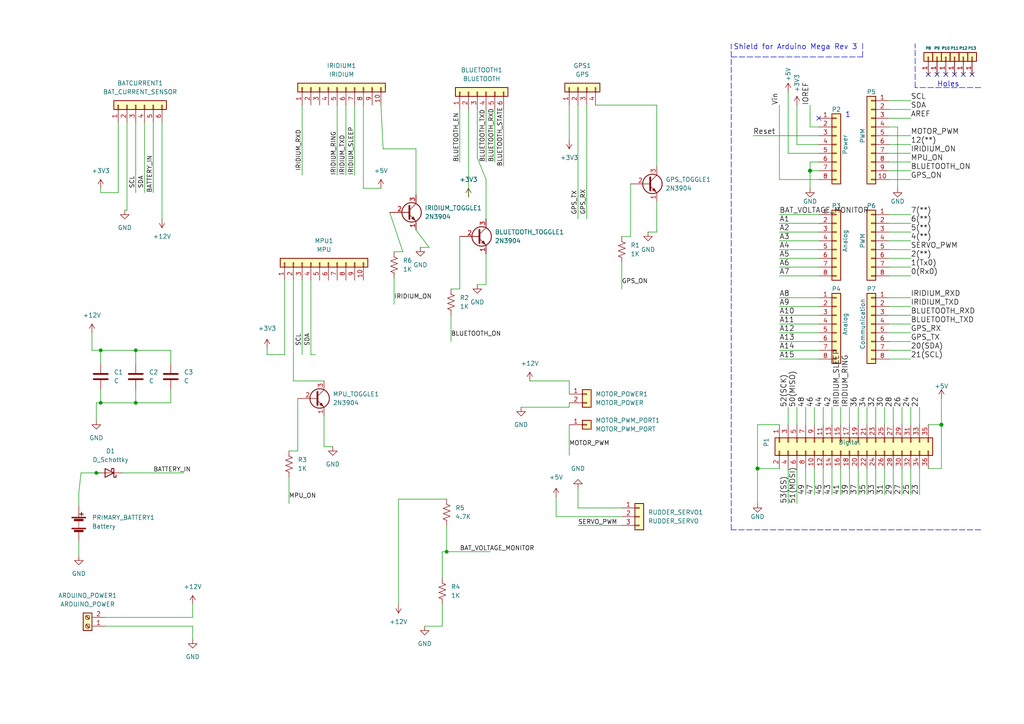
<source format=kicad_sch>
(kicad_sch (version 20211123) (generator eeschema)
  (paper "A4")
  (title_block (title "SAILFACE") (date "2022-04-10") (rev "1.0"))
  (lib_symbols
    (symbol "Connector:Screw_Terminal_01x02" (pin_names (offset 1.016) hide)
      (property "Reference" "J" (at 0 2.54 0))
      (property "Value" "Screw_Terminal_01x02" (at 0 -5.08 0))
      (symbol "Screw_Terminal_01x02_1_1"
        (rectangle (start -1.27 1.27) (end 1.27 -3.81) (stroke (width 0.254)) (fill (type background)))
        (circle (center 0 -2.54) (radius 0.635) (stroke (width 0.1524)))
        (polyline (pts (xy -0.5334 -2.2098) (xy 0.3302 -3.048)) (stroke (width 0.1524)))
        (polyline (pts (xy -0.5334 0.3302) (xy 0.3302 -0.508)) (stroke (width 0.1524)))
        (polyline (pts (xy -0.3556 -2.032) (xy 0.508 -2.8702)) (stroke (width 0.1524)))
        (polyline (pts (xy -0.3556 0.508) (xy 0.508 -0.3302)) (stroke (width 0.1524)))
        (circle (center 0 0) (radius 0.635) (stroke (width 0.1524)))
        (pin passive line (at -5.08 0 0) (length 3.81) (name "Pin_1") (number "1"))
        (pin passive line (at -5.08 -2.54 0) (length 3.81) (name "Pin_2") (number "2"))
      )
    )
    (symbol "Connector_Generic:Conn_01x01" (pin_names (offset 1.016) hide)
      (property "Reference" "J" (at 0 2.54 0))
      (property "Value" "Conn_01x01" (at 0 -2.54 0))
      (symbol "Conn_01x01_1_1"
        (rectangle (start -1.27 0.127) (end 0 -0.127) (stroke (width 0.1524)))
        (rectangle (start -1.27 1.27) (end 1.27 -1.27) (stroke (width 0.254)) (fill (type background)))
        (pin passive line (at -5.08 0 0) (length 3.81) (name "Pin_1") (number "1"))
      )
    )
    (symbol "Connector_Generic:Conn_01x02" (pin_names (offset 1.016) hide)
      (property "Reference" "J" (at 0 2.54 0))
      (property "Value" "Conn_01x02" (at 0 -5.08 0))
      (symbol "Conn_01x02_1_1"
        (rectangle (start -1.27 -2.413) (end 0 -2.667) (stroke (width 0.1524)))
        (rectangle (start -1.27 0.127) (end 0 -0.127) (stroke (width 0.1524)))
        (rectangle (start -1.27 1.27) (end 1.27 -3.81) (stroke (width 0.254)) (fill (type background)))
        (pin passive line (at -5.08 0 0) (length 3.81) (name "Pin_1") (number "1"))
        (pin passive line (at -5.08 -2.54 0) (length 3.81) (name "Pin_2") (number "2"))
      )
    )
    (symbol "Connector_Generic:Conn_01x03" (pin_names (offset 1.016) hide)
      (property "Reference" "J" (at 0 5.08 0))
      (property "Value" "Conn_01x03" (at 0 -5.08 0))
      (symbol "Conn_01x03_1_1"
        (rectangle (start -1.27 -2.413) (end 0 -2.667) (stroke (width 0.1524)))
        (rectangle (start -1.27 0.127) (end 0 -0.127) (stroke (width 0.1524)))
        (rectangle (start -1.27 2.667) (end 0 2.413) (stroke (width 0.1524)))
        (rectangle (start -1.27 3.81) (end 1.27 -3.81) (stroke (width 0.254)) (fill (type background)))
        (pin passive line (at -5.08 2.54 0) (length 3.81) (name "Pin_1") (number "1"))
        (pin passive line (at -5.08 0 0) (length 3.81) (name "Pin_2") (number "2"))
        (pin passive line (at -5.08 -2.54 0) (length 3.81) (name "Pin_3") (number "3"))
      )
    )
    (symbol "Connector_Generic:Conn_01x04" (pin_names (offset 1.016) hide)
      (property "Reference" "J" (at 0 5.08 0))
      (property "Value" "Conn_01x04" (at 0 -7.62 0))
      (symbol "Conn_01x04_1_1"
        (rectangle (start -1.27 -4.953) (end 0 -5.207) (stroke (width 0.1524)))
        (rectangle (start -1.27 -2.413) (end 0 -2.667) (stroke (width 0.1524)))
        (rectangle (start -1.27 0.127) (end 0 -0.127) (stroke (width 0.1524)))
        (rectangle (start -1.27 2.667) (end 0 2.413) (stroke (width 0.1524)))
        (rectangle (start -1.27 3.81) (end 1.27 -6.35) (stroke (width 0.254)) (fill (type background)))
        (pin passive line (at -5.08 2.54 0) (length 3.81) (name "Pin_1") (number "1"))
        (pin passive line (at -5.08 0 0) (length 3.81) (name "Pin_2") (number "2"))
        (pin passive line (at -5.08 -2.54 0) (length 3.81) (name "Pin_3") (number "3"))
        (pin passive line (at -5.08 -5.08 0) (length 3.81) (name "Pin_4") (number "4"))
      )
    )
    (symbol "Connector_Generic:Conn_01x06" (pin_names (offset 1.016) hide)
      (property "Reference" "J" (at 0 7.62 0))
      (property "Value" "Conn_01x06" (at 0 -10.16 0))
      (symbol "Conn_01x06_1_1"
        (rectangle (start -1.27 -7.493) (end 0 -7.747) (stroke (width 0.1524)))
        (rectangle (start -1.27 -4.953) (end 0 -5.207) (stroke (width 0.1524)))
        (rectangle (start -1.27 -2.413) (end 0 -2.667) (stroke (width 0.1524)))
        (rectangle (start -1.27 0.127) (end 0 -0.127) (stroke (width 0.1524)))
        (rectangle (start -1.27 2.667) (end 0 2.413) (stroke (width 0.1524)))
        (rectangle (start -1.27 5.207) (end 0 4.953) (stroke (width 0.1524)))
        (rectangle (start -1.27 6.35) (end 1.27 -8.89) (stroke (width 0.254)) (fill (type background)))
        (pin passive line (at -5.08 5.08 0) (length 3.81) (name "Pin_1") (number "1"))
        (pin passive line (at -5.08 2.54 0) (length 3.81) (name "Pin_2") (number "2"))
        (pin passive line (at -5.08 0 0) (length 3.81) (name "Pin_3") (number "3"))
        (pin passive line (at -5.08 -2.54 0) (length 3.81) (name "Pin_4") (number "4"))
        (pin passive line (at -5.08 -5.08 0) (length 3.81) (name "Pin_5") (number "5"))
        (pin passive line (at -5.08 -7.62 0) (length 3.81) (name "Pin_6") (number "6"))
      )
    )
    (symbol "Connector_Generic:Conn_01x08" (pin_names (offset 1.016) hide)
      (property "Reference" "J" (at 0 10.16 0))
      (property "Value" "Conn_01x08" (at 0 -12.7 0))
      (symbol "Conn_01x08_1_1"
        (rectangle (start -1.27 -10.033) (end 0 -10.287) (stroke (width 0.1524)))
        (rectangle (start -1.27 -7.493) (end 0 -7.747) (stroke (width 0.1524)))
        (rectangle (start -1.27 -4.953) (end 0 -5.207) (stroke (width 0.1524)))
        (rectangle (start -1.27 -2.413) (end 0 -2.667) (stroke (width 0.1524)))
        (rectangle (start -1.27 0.127) (end 0 -0.127) (stroke (width 0.1524)))
        (rectangle (start -1.27 2.667) (end 0 2.413) (stroke (width 0.1524)))
        (rectangle (start -1.27 5.207) (end 0 4.953) (stroke (width 0.1524)))
        (rectangle (start -1.27 7.747) (end 0 7.493) (stroke (width 0.1524)))
        (rectangle (start -1.27 8.89) (end 1.27 -11.43) (stroke (width 0.254)) (fill (type background)))
        (pin passive line (at -5.08 7.62 0) (length 3.81) (name "Pin_1") (number "1"))
        (pin passive line (at -5.08 5.08 0) (length 3.81) (name "Pin_2") (number "2"))
        (pin passive line (at -5.08 2.54 0) (length 3.81) (name "Pin_3") (number "3"))
        (pin passive line (at -5.08 0 0) (length 3.81) (name "Pin_4") (number "4"))
        (pin passive line (at -5.08 -2.54 0) (length 3.81) (name "Pin_5") (number "5"))
        (pin passive line (at -5.08 -5.08 0) (length 3.81) (name "Pin_6") (number "6"))
        (pin passive line (at -5.08 -7.62 0) (length 3.81) (name "Pin_7") (number "7"))
        (pin passive line (at -5.08 -10.16 0) (length 3.81) (name "Pin_8") (number "8"))
      )
    )
    (symbol "Connector_Generic:Conn_01x10" (pin_names (offset 1.016) hide)
      (property "Reference" "J" (at 0 12.7 0))
      (property "Value" "Conn_01x10" (at 0 -15.24 0))
      (symbol "Conn_01x10_1_1"
        (rectangle (start -1.27 -12.573) (end 0 -12.827) (stroke (width 0.1524)))
        (rectangle (start -1.27 -10.033) (end 0 -10.287) (stroke (width 0.1524)))
        (rectangle (start -1.27 -7.493) (end 0 -7.747) (stroke (width 0.1524)))
        (rectangle (start -1.27 -4.953) (end 0 -5.207) (stroke (width 0.1524)))
        (rectangle (start -1.27 -2.413) (end 0 -2.667) (stroke (width 0.1524)))
        (rectangle (start -1.27 0.127) (end 0 -0.127) (stroke (width 0.1524)))
        (rectangle (start -1.27 2.667) (end 0 2.413) (stroke (width 0.1524)))
        (rectangle (start -1.27 5.207) (end 0 4.953) (stroke (width 0.1524)))
        (rectangle (start -1.27 7.747) (end 0 7.493) (stroke (width 0.1524)))
        (rectangle (start -1.27 10.287) (end 0 10.033) (stroke (width 0.1524)))
        (rectangle (start -1.27 11.43) (end 1.27 -13.97) (stroke (width 0.254)) (fill (type background)))
        (pin passive line (at -5.08 10.16 0) (length 3.81) (name "Pin_1") (number "1"))
        (pin passive line (at -5.08 -12.7 0) (length 3.81) (name "Pin_10") (number "10"))
        (pin passive line (at -5.08 7.62 0) (length 3.81) (name "Pin_2") (number "2"))
        (pin passive line (at -5.08 5.08 0) (length 3.81) (name "Pin_3") (number "3"))
        (pin passive line (at -5.08 2.54 0) (length 3.81) (name "Pin_4") (number "4"))
        (pin passive line (at -5.08 0 0) (length 3.81) (name "Pin_5") (number "5"))
        (pin passive line (at -5.08 -2.54 0) (length 3.81) (name "Pin_6") (number "6"))
        (pin passive line (at -5.08 -5.08 0) (length 3.81) (name "Pin_7") (number "7"))
        (pin passive line (at -5.08 -7.62 0) (length 3.81) (name "Pin_8") (number "8"))
        (pin passive line (at -5.08 -10.16 0) (length 3.81) (name "Pin_9") (number "9"))
      )
    )
    (symbol "Connector_Generic:Conn_02x18_Odd_Even" (pin_names (offset 1.016) hide)
      (property "Reference" "J" (at 1.27 22.86 0))
      (property "Value" "Conn_02x18_Odd_Even" (at 1.27 -25.4 0))
      (symbol "Conn_02x18_Odd_Even_1_1"
        (rectangle (start -1.27 -22.733) (end 0 -22.987) (stroke (width 0.1524)))
        (rectangle (start -1.27 -20.193) (end 0 -20.447) (stroke (width 0.1524)))
        (rectangle (start -1.27 -17.653) (end 0 -17.907) (stroke (width 0.1524)))
        (rectangle (start -1.27 -15.113) (end 0 -15.367) (stroke (width 0.1524)))
        (rectangle (start -1.27 -12.573) (end 0 -12.827) (stroke (width 0.1524)))
        (rectangle (start -1.27 -10.033) (end 0 -10.287) (stroke (width 0.1524)))
        (rectangle (start -1.27 -7.493) (end 0 -7.747) (stroke (width 0.1524)))
        (rectangle (start -1.27 -4.953) (end 0 -5.207) (stroke (width 0.1524)))
        (rectangle (start -1.27 -2.413) (end 0 -2.667) (stroke (width 0.1524)))
        (rectangle (start -1.27 0.127) (end 0 -0.127) (stroke (width 0.1524)))
        (rectangle (start -1.27 2.667) (end 0 2.413) (stroke (width 0.1524)))
        (rectangle (start -1.27 5.207) (end 0 4.953) (stroke (width 0.1524)))
        (rectangle (start -1.27 7.747) (end 0 7.493) (stroke (width 0.1524)))
        (rectangle (start -1.27 10.287) (end 0 10.033) (stroke (width 0.1524)))
        (rectangle (start -1.27 12.827) (end 0 12.573) (stroke (width 0.1524)))
        (rectangle (start -1.27 15.367) (end 0 15.113) (stroke (width 0.1524)))
        (rectangle (start -1.27 17.907) (end 0 17.653) (stroke (width 0.1524)))
        (rectangle (start -1.27 20.447) (end 0 20.193) (stroke (width 0.1524)))
        (rectangle (start -1.27 21.59) (end 3.81 -24.13) (stroke (width 0.254)) (fill (type background)))
        (rectangle (start 3.81 -22.733) (end 2.54 -22.987) (stroke (width 0.1524)))
        (rectangle (start 3.81 -20.193) (end 2.54 -20.447) (stroke (width 0.1524)))
        (rectangle (start 3.81 -17.653) (end 2.54 -17.907) (stroke (width 0.1524)))
        (rectangle (start 3.81 -15.113) (end 2.54 -15.367) (stroke (width 0.1524)))
        (rectangle (start 3.81 -12.573) (end 2.54 -12.827) (stroke (width 0.1524)))
        (rectangle (start 3.81 -10.033) (end 2.54 -10.287) (stroke (width 0.1524)))
        (rectangle (start 3.81 -7.493) (end 2.54 -7.747) (stroke (width 0.1524)))
        (rectangle (start 3.81 -4.953) (end 2.54 -5.207) (stroke (width 0.1524)))
        (rectangle (start 3.81 -2.413) (end 2.54 -2.667) (stroke (width 0.1524)))
        (rectangle (start 3.81 0.127) (end 2.54 -0.127) (stroke (width 0.1524)))
        (rectangle (start 3.81 2.667) (end 2.54 2.413) (stroke (width 0.1524)))
        (rectangle (start 3.81 5.207) (end 2.54 4.953) (stroke (width 0.1524)))
        (rectangle (start 3.81 7.747) (end 2.54 7.493) (stroke (width 0.1524)))
        (rectangle (start 3.81 10.287) (end 2.54 10.033) (stroke (width 0.1524)))
        (rectangle (start 3.81 12.827) (end 2.54 12.573) (stroke (width 0.1524)))
        (rectangle (start 3.81 15.367) (end 2.54 15.113) (stroke (width 0.1524)))
        (rectangle (start 3.81 17.907) (end 2.54 17.653) (stroke (width 0.1524)))
        (rectangle (start 3.81 20.447) (end 2.54 20.193) (stroke (width 0.1524)))
        (pin passive line (at -5.08 20.32 0) (length 3.81) (name "Pin_1") (number "1"))
        (pin passive line (at 7.62 10.16 180) (length 3.81) (name "Pin_10") (number "10"))
        (pin passive line (at -5.08 7.62 0) (length 3.81) (name "Pin_11") (number "11"))
        (pin passive line (at 7.62 7.62 180) (length 3.81) (name "Pin_12") (number "12"))
        (pin passive line (at -5.08 5.08 0) (length 3.81) (name "Pin_13") (number "13"))
        (pin passive line (at 7.62 5.08 180) (length 3.81) (name "Pin_14") (number "14"))
        (pin passive line (at -5.08 2.54 0) (length 3.81) (name "Pin_15") (number "15"))
        (pin passive line (at 7.62 2.54 180) (length 3.81) (name "Pin_16") (number "16"))
        (pin passive line (at -5.08 0 0) (length 3.81) (name "Pin_17") (number "17"))
        (pin passive line (at 7.62 0 180) (length 3.81) (name "Pin_18") (number "18"))
        (pin passive line (at -5.08 -2.54 0) (length 3.81) (name "Pin_19") (number "19"))
        (pin passive line (at 7.62 20.32 180) (length 3.81) (name "Pin_2") (number "2"))
        (pin passive line (at 7.62 -2.54 180) (length 3.81) (name "Pin_20") (number "20"))
        (pin passive line (at -5.08 -5.08 0) (length 3.81) (name "Pin_21") (number "21"))
        (pin passive line (at 7.62 -5.08 180) (length 3.81) (name "Pin_22") (number "22"))
        (pin passive line (at -5.08 -7.62 0) (length 3.81) (name "Pin_23") (number "23"))
        (pin passive line (at 7.62 -7.62 180) (length 3.81) (name "Pin_24") (number "24"))
        (pin passive line (at -5.08 -10.16 0) (length 3.81) (name "Pin_25") (number "25"))
        (pin passive line (at 7.62 -10.16 180) (length 3.81) (name "Pin_26") (number "26"))
        (pin passive line (at -5.08 -12.7 0) (length 3.81) (name "Pin_27") (number "27"))
        (pin passive line (at 7.62 -12.7 180) (length 3.81) (name "Pin_28") (number "28"))
        (pin passive line (at -5.08 -15.24 0) (length 3.81) (name "Pin_29") (number "29"))
        (pin passive line (at -5.08 17.78 0) (length 3.81) (name "Pin_3") (number "3"))
        (pin passive line (at 7.62 -15.24 180) (length 3.81) (name "Pin_30") (number "30"))
        (pin passive line (at -5.08 -17.78 0) (length 3.81) (name "Pin_31") (number "31"))
        (pin passive line (at 7.62 -17.78 180) (length 3.81) (name "Pin_32") (number "32"))
        (pin passive line (at -5.08 -20.32 0) (length 3.81) (name "Pin_33") (number "33"))
        (pin passive line (at 7.62 -20.32 180) (length 3.81) (name "Pin_34") (number "34"))
        (pin passive line (at -5.08 -22.86 0) (length 3.81) (name "Pin_35") (number "35"))
        (pin passive line (at 7.62 -22.86 180) (length 3.81) (name "Pin_36") (number "36"))
        (pin passive line (at 7.62 17.78 180) (length 3.81) (name "Pin_4") (number "4"))
        (pin passive line (at -5.08 15.24 0) (length 3.81) (name "Pin_5") (number "5"))
        (pin passive line (at 7.62 15.24 180) (length 3.81) (name "Pin_6") (number "6"))
        (pin passive line (at -5.08 12.7 0) (length 3.81) (name "Pin_7") (number "7"))
        (pin passive line (at 7.62 12.7 180) (length 3.81) (name "Pin_8") (number "8"))
        (pin passive line (at -5.08 10.16 0) (length 3.81) (name "Pin_9") (number "9"))
      )
    )
    (symbol "Device:Battery" (pin_numbers hide) (pin_names (offset 0) hide)
      (property "Reference" "BT" (at 2.54 2.54 0))
      (property "Value" "Battery" (at 2.54 0 0))
      (symbol "Battery_0_1"
        (rectangle (start -2.032 -1.397) (end 2.032 -1.651) (fill (type outline)))
        (rectangle (start -2.032 1.778) (end 2.032 1.524) (fill (type outline)))
        (rectangle (start -1.3208 -1.9812) (end 1.27 -2.4892) (fill (type outline)))
        (rectangle (start -1.3208 1.1938) (end 1.27 0.6858) (fill (type outline)))
        (polyline (pts (xy 0 -1.524) (xy 0 -1.27)))
        (polyline (pts (xy 0 -1.016) (xy 0 -0.762)))
        (polyline (pts (xy 0 -0.508) (xy 0 -0.254)))
        (polyline (pts (xy 0 0) (xy 0 0.254)))
        (polyline (pts (xy 0 0.508) (xy 0 0.762)))
        (polyline (pts (xy 0 1.778) (xy 0 2.54)))
        (polyline (pts (xy 0.254 2.667) (xy 1.27 2.667)) (stroke (width 0.254)))
        (polyline (pts (xy 0.762 3.175) (xy 0.762 2.159)) (stroke (width 0.254)))
      )
      (symbol "Battery_1_1"
        (pin passive line (at 0 5.08 270) (length 2.54) (name "+") (number "1"))
        (pin passive line (at 0 -5.08 90) (length 2.54) (name "-") (number "2"))
      )
    )
    (symbol "Device:C" (pin_numbers hide) (pin_names (offset 0.254))
      (property "Reference" "C" (at 0.635 2.54 0))
      (property "Value" "C" (at 0.635 -2.54 0))
      (symbol "C_0_1"
        (polyline (pts (xy -2.032 -0.762) (xy 2.032 -0.762)) (stroke (width 0.508)))
        (polyline (pts (xy -2.032 0.762) (xy 2.032 0.762)) (stroke (width 0.508)))
      )
      (symbol "C_1_1"
        (pin passive line (at 0 3.81 270) (length 2.794) (name "~") (number "1"))
        (pin passive line (at 0 -3.81 90) (length 2.794) (name "~") (number "2"))
      )
    )
    (symbol "Device:D_Schottky" (pin_numbers hide) (pin_names (offset 1.016) hide)
      (property "Reference" "D" (at 0 2.54 0))
      (property "Value" "D_Schottky" (at 0 -2.54 0))
      (symbol "D_Schottky_0_1"
        (polyline (pts (xy 1.27 0) (xy -1.27 0)))
        (polyline (pts (xy 1.27 1.27) (xy 1.27 -1.27) (xy -1.27 0) (xy 1.27 1.27)) (stroke (width 0.254)))
        (polyline (pts (xy -1.905 0.635) (xy -1.905 1.27) (xy -1.27 1.27) (xy -1.27 -1.27) (xy -0.635 -1.27) (xy -0.635 -0.635)) (stroke (width 0.254)))
      )
      (symbol "D_Schottky_1_1"
        (pin passive line (at -3.81 0 0) (length 2.54) (name "K") (number "1"))
        (pin passive line (at 3.81 0 180) (length 2.54) (name "A") (number "2"))
      )
    )
    (symbol "Device:R_US" (pin_numbers hide) (pin_names (offset 0))
      (property "Reference" "R" (at 2.54 0 90))
      (property "Value" "R_US" (at -2.54 0 90))
      (symbol "R_US_0_1"
        (polyline (pts (xy 0 -2.286) (xy 0 -2.54)))
        (polyline (pts (xy 0 2.286) (xy 0 2.54)))
        (polyline (pts (xy 0 -0.762) (xy 1.016 -1.143) (xy 0 -1.524) (xy -1.016 -1.905) (xy 0 -2.286)))
        (polyline (pts (xy 0 0.762) (xy 1.016 0.381) (xy 0 0) (xy -1.016 -0.381) (xy 0 -0.762)))
        (polyline (pts (xy 0 2.286) (xy 1.016 1.905) (xy 0 1.524) (xy -1.016 1.143) (xy 0 0.762)))
      )
      (symbol "R_US_1_1"
        (pin passive line (at 0 3.81 270) (length 1.27) (name "~") (number "1"))
        (pin passive line (at 0 -3.81 90) (length 1.27) (name "~") (number "2"))
      )
    )
    (symbol "Transistor_BJT:2N3904" (pin_names (offset 0) hide)
      (property "Reference" "Q" (at 5.08 1.905 0))
      (property "Value" "2N3904" (at 5.08 0 0))
      (symbol "2N3904_0_1"
        (polyline (pts (xy 0.635 0.635) (xy 2.54 2.54)))
        (polyline (pts (xy 0.635 -0.635) (xy 2.54 -2.54) (xy 2.54 -2.54)))
        (polyline (pts (xy 0.635 1.905) (xy 0.635 -1.905) (xy 0.635 -1.905)) (stroke (width 0.508)))
        (polyline (pts (xy 1.27 -1.778) (xy 1.778 -1.27) (xy 2.286 -2.286) (xy 1.27 -1.778) (xy 1.27 -1.778)) (fill (type outline)))
        (circle (center 1.27 0) (radius 2.8194) (stroke (width 0.254)))
      )
      (symbol "2N3904_1_1"
        (pin passive line (at 2.54 -5.08 90) (length 2.54) (name "E") (number "1"))
        (pin passive line (at -5.08 0 0) (length 5.715) (name "B") (number "2"))
        (pin passive line (at 2.54 5.08 270) (length 2.54) (name "C") (number "3"))
      )
    )
    (symbol "power:+12V" (power) (pin_names (offset 0))
      (property "Value" "+12V" (at 0 3.556 0))
      (symbol "+12V_0_1"
        (polyline (pts (xy -0.762 1.27) (xy 0 2.54)))
        (polyline (pts (xy 0 0) (xy 0 2.54)))
        (polyline (pts (xy 0 2.54) (xy 0.762 1.27)))
      )
      (symbol "+12V_1_1"
        (pin power_in line (at 0 0 90) (length 0) hide (name "+12V") (number "1"))
      )
    )
    (symbol "power:+3.3V" (power) (pin_names (offset 0))
      (property "Value" "+3.3V" (at 0 3.556 0))
      (symbol "+3.3V_0_1"
        (polyline (pts (xy -0.762 1.27) (xy 0 2.54)))
        (polyline (pts (xy 0 0) (xy 0 2.54)))
        (polyline (pts (xy 0 2.54) (xy 0.762 1.27)))
      )
      (symbol "+3.3V_1_1"
        (pin power_in line (at 0 0 90) (length 0) hide (name "+3V3") (number "1"))
      )
    )
    (symbol "power:+3V3" (power) (pin_names (offset 0))
      (property "Value" "+3V3" (at 0 3.556 0))
      (symbol "+3V3_0_1"
        (polyline (pts (xy -0.762 1.27) (xy 0 2.54)))
        (polyline (pts (xy 0 0) (xy 0 2.54)))
        (polyline (pts (xy 0 2.54) (xy 0.762 1.27)))
      )
      (symbol "+3V3_1_1"
        (pin power_in line (at 0 0 90) (length 0) hide (name "+3V3") (number "1"))
      )
    )
    (symbol "power:+5V" (power) (pin_names (offset 0))
      (property "Value" "+5V" (at 0 3.556 0))
      (symbol "+5V_0_1"
        (polyline (pts (xy -0.762 1.27) (xy 0 2.54)))
        (polyline (pts (xy 0 0) (xy 0 2.54)))
        (polyline (pts (xy 0 2.54) (xy 0.762 1.27)))
      )
      (symbol "+5V_1_1"
        (pin power_in line (at 0 0 90) (length 0) hide (name "+5V") (number "1"))
      )
    )
    (symbol "power:GND" (power) (pin_names (offset 0))
      (property "Value" "GND" (at 0 -3.81 0))
      (symbol "GND_0_1"
        (polyline (pts (xy 0 0) (xy 0 -1.27) (xy 1.27 -1.27) (xy 0 -2.54) (xy -1.27 -1.27) (xy 0 -1.27)))
      )
      (symbol "GND_1_1"
        (pin power_in line (at 0 0 270) (length 0) hide (name "GND") (number "1"))
      )
    )
  )
  (junction (at 29.21 116.84))
  (junction (at 234.95 49.53) (diameter 1.016))
  (junction (at 273.05 123.19) (diameter 1.016))
  (junction (at 129.54 160.02))
  (junction (at 27.94 137.16))
  (junction (at 219.71 135.89) (diameter 1.016))
  (junction (at 29.21 101.6))
  (junction (at 39.37 101.6))
  (junction (at 39.37 116.84))
  (no_connect (at 269.24 21.59))
  (no_connect (at 271.78 21.59))
  (no_connect (at 281.94 21.59))
  (no_connect (at 276.86 21.59))
  (no_connect (at 279.4 21.59))
  (no_connect (at 237.49 34.29))
  (no_connect (at 274.32 21.59))
  (wire (pts (xy 257.81 80.01) (xy 264.16 80.01)))
  (wire (pts (xy 49.53 101.6) (xy 49.53 105.41)))
  (wire (pts (xy 228.6 135.89) (xy 228.6 146.05)))
  (wire (pts (xy 190.5 30.48) (xy 190.5 48.26)))
  (wire (pts (xy 23.495 137.16) (xy 22.86 142.875)))
  (wire (pts (xy 226.06 80.01) (xy 237.49 80.01)))
  (wire (pts (xy 241.3 135.89) (xy 241.3 143.51)))
  (wire (pts (xy 86.36 115.57) (xy 86.36 130.81)))
  (wire (pts (xy 133.35 68.58) (xy 133.35 83.82)))
  (wire (pts (xy 83.82 138.43) (xy 83.82 146.05)))
  (wire (pts (xy 273.05 123.19) (xy 273.05 135.89)))
  (wire (pts (xy 167.64 152.4) (xy 180.34 152.4)))
  (wire (pts (xy 226.06 123.19) (xy 219.71 123.19)))
  (wire (pts (xy 257.81 44.45) (xy 264.16 44.45)))
  (wire (pts (xy 234.95 46.99) (xy 234.95 49.53)))
  (wire (pts (xy 22.86 146.685) (xy 22.86 142.875)))
  (wire (pts (xy 226.06 74.93) (xy 237.49 74.93)))
  (wire (pts (xy 236.22 135.89) (xy 236.22 143.51)))
  (wire (pts (xy 36.83 60.96) (xy 36.195 60.96)))
  (wire (pts (xy 39.37 101.6) (xy 39.37 105.41)))
  (wire (pts (xy 146.05 31.75) (xy 146.05 48.26)))
  (wire (pts (xy 138.43 45.72) (xy 140.97 52.07)))
  (wire (pts (xy 27.94 137.16) (xy 29.21 137.16)))
  (wire (pts (xy 180.34 76.2) (xy 180.34 83.82)))
  (wire (pts (xy 35.56 137.16) (xy 53.34 137.16)))
  (wire (pts (xy 140.97 31.75) (xy 140.97 46.99)))
  (wire (pts (xy 133.35 83.82) (xy 130.81 83.82)))
  (wire (pts (xy 259.08 135.89) (xy 259.08 143.51)))
  (wire (pts (xy 26.67 96.52) (xy 26.67 101.6)))
  (wire (pts (xy 49.53 113.03) (xy 49.53 116.84)))
  (wire (pts (xy 234.95 49.53) (xy 234.95 54.61)))
  (wire (pts (xy 29.21 113.03) (xy 29.21 116.84)))
  (wire (pts (xy 248.92 123.19) (xy 248.92 118.11)))
  (wire (pts (xy 128.27 167.64) (xy 128.27 160.02)))
  (wire (pts (xy 161.29 149.86) (xy 180.34 149.86)))
  (wire (pts (xy 231.14 41.91) (xy 237.49 41.91)))
  (wire (pts (xy 167.64 141.605) (xy 167.64 147.32)))
  (polyline (pts (xy 284.48 25.4) (xy 265.43 25.4)) (stroke (width 0) (type dash)))
  (wire (pts (xy 228.6 44.45) (xy 237.49 44.45)))
  (wire (pts (xy 182.88 68.58) (xy 180.34 68.58)))
  (wire (pts (xy 228.6 26.67) (xy 228.6 44.45)))
  (wire (pts (xy 97.79 30.48) (xy 97.79 50.8)))
  (wire (pts (xy 246.38 123.19) (xy 246.38 118.11)))
  (wire (pts (xy 226.06 104.14) (xy 237.49 104.14)))
  (wire (pts (xy 34.29 35.56) (xy 34.29 55.88)))
  (wire (pts (xy 116.84 73.025) (xy 114.3 73.025)))
  (wire (pts (xy 190.5 58.42) (xy 190.5 67.31)))
  (wire (pts (xy 55.88 181.61) (xy 55.88 185.42)))
  (wire (pts (xy 241.3 123.19) (xy 241.3 118.11)))
  (polyline (pts (xy 265.43 25.4) (xy 265.43 12.7)) (stroke (width 0) (type dash)))
  (wire (pts (xy 261.62 123.19) (xy 261.62 118.11)))
  (wire (pts (xy 29.21 55.88) (xy 34.29 55.88)))
  (wire (pts (xy 257.81 34.29) (xy 264.16 34.29)))
  (wire (pts (xy 77.47 102.87) (xy 77.47 100.965)))
  (wire (pts (xy 231.14 30.48) (xy 231.14 41.91)))
  (wire (pts (xy 26.67 101.6) (xy 29.21 101.6)))
  (wire (pts (xy 261.62 135.89) (xy 261.62 143.51)))
  (wire (pts (xy 237.49 62.23) (xy 226.06 62.23)))
  (wire (pts (xy 27.94 116.84) (xy 29.21 116.84)))
  (wire (pts (xy 237.49 101.6) (xy 226.06 101.6)))
  (wire (pts (xy 264.16 135.89) (xy 264.16 143.51)))
  (wire (pts (xy 85.09 81.28) (xy 85.09 110.49)))
  (wire (pts (xy 167.64 147.32) (xy 180.34 147.32)))
  (wire (pts (xy 238.76 135.89) (xy 238.76 143.51)))
  (wire (pts (xy 87.63 30.48) (xy 87.63 50.8)))
  (wire (pts (xy 23.495 137.16) (xy 27.94 137.16)))
  (wire (pts (xy 257.81 46.99) (xy 264.16 46.99)))
  (wire (pts (xy 257.81 99.06) (xy 264.16 99.06)))
  (wire (pts (xy 86.36 130.81) (xy 83.82 130.81)))
  (wire (pts (xy 257.81 29.21) (xy 264.16 29.21)))
  (wire (pts (xy 264.16 62.23) (xy 257.81 62.23)))
  (wire (pts (xy 111.125 43.18) (xy 120.65 43.18)))
  (wire (pts (xy 82.55 81.28) (xy 82.55 102.87)))
  (wire (pts (xy 219.71 123.19) (xy 219.71 135.89)))
  (wire (pts (xy 226.06 135.89) (xy 219.71 135.89)))
  (wire (pts (xy 138.43 31.75) (xy 138.43 45.72)))
  (wire (pts (xy 55.88 179.07) (xy 55.88 175.26)))
  (wire (pts (xy 266.7 135.89) (xy 266.7 143.51)))
  (wire (pts (xy 251.46 123.19) (xy 251.46 118.11)))
  (wire (pts (xy 128.27 181.61) (xy 128.27 175.26)))
  (wire (pts (xy 93.98 129.54) (xy 96.52 129.54)))
  (wire (pts (xy 234.95 36.83) (xy 234.95 30.48)))
  (wire (pts (xy 140.97 82.55) (xy 138.43 82.55)))
  (wire (pts (xy 128.27 160.02) (xy 129.54 160.02)))
  (wire (pts (xy 257.81 88.9) (xy 264.16 88.9)))
  (wire (pts (xy 182.88 53.34) (xy 182.88 68.58)))
  (wire (pts (xy 29.21 116.84) (xy 39.37 116.84)))
  (wire (pts (xy 105.41 54.61) (xy 110.49 54.61)))
  (wire (pts (xy 257.81 39.37) (xy 264.16 39.37)))
  (wire (pts (xy 143.51 31.75) (xy 143.51 46.99)))
  (wire (pts (xy 237.49 36.83) (xy 234.95 36.83)))
  (polyline (pts (xy 212.09 16.51) (xy 250.19 16.51)) (stroke (width 0) (type dash)))
  (wire (pts (xy 41.91 35.56) (xy 41.91 55.88)))
  (wire (pts (xy 251.46 135.89) (xy 251.46 143.51)))
  (wire (pts (xy 248.92 135.89) (xy 248.92 143.51)))
  (wire (pts (xy 264.16 67.31) (xy 257.81 67.31)))
  (wire (pts (xy 190.5 67.31) (xy 187.96 67.31)))
  (wire (pts (xy 46.99 35.56) (xy 46.99 63.5)))
  (wire (pts (xy 264.16 41.91) (xy 257.81 41.91)))
  (wire (pts (xy 39.37 116.84) (xy 49.53 116.84)))
  (polyline (pts (xy 212.09 153.67) (xy 212.09 12.7)) (stroke (width 0) (type dash)))
  (wire (pts (xy 273.05 115.57) (xy 273.05 123.19)))
  (wire (pts (xy 238.76 123.19) (xy 238.76 118.11)))
  (wire (pts (xy 93.98 120.65) (xy 93.98 129.54)))
  (wire (pts (xy 167.64 30.48) (xy 167.64 63.5)))
  (wire (pts (xy 264.16 101.6) (xy 257.81 101.6)))
  (wire (pts (xy 257.81 104.14) (xy 264.16 104.14)))
  (wire (pts (xy 228.6 123.19) (xy 228.6 118.11)))
  (wire (pts (xy 29.21 101.6) (xy 39.37 101.6)))
  (wire (pts (xy 115.57 144.78) (xy 129.54 144.78)))
  (wire (pts (xy 85.09 110.49) (xy 93.98 110.49)))
  (wire (pts (xy 39.37 101.6) (xy 49.53 101.6)))
  (wire (pts (xy 243.84 135.89) (xy 243.84 143.51)))
  (wire (pts (xy 264.16 96.52) (xy 257.81 96.52)))
  (wire (pts (xy 264.16 31.75) (xy 257.81 31.75)))
  (wire (pts (xy 226.06 93.98) (xy 237.49 93.98)))
  (wire (pts (xy 256.54 135.89) (xy 256.54 143.51)))
  (wire (pts (xy 236.22 123.19) (xy 236.22 118.11)))
  (wire (pts (xy 237.49 67.31) (xy 226.06 67.31)))
  (wire (pts (xy 218.44 39.37) (xy 237.49 39.37)))
  (wire (pts (xy 260.35 36.83) (xy 257.81 36.83)))
  (wire (pts (xy 264.16 86.36) (xy 257.81 86.36)))
  (wire (pts (xy 257.81 64.77) (xy 264.16 64.77)))
  (wire (pts (xy 264.16 49.53) (xy 257.81 49.53)))
  (wire (pts (xy 273.05 123.19) (xy 269.24 123.19)))
  (wire (pts (xy 237.49 49.53) (xy 234.95 49.53)))
  (wire (pts (xy 30.48 179.07) (xy 55.88 179.07)))
  (wire (pts (xy 254 135.89) (xy 254 143.51)))
  (wire (pts (xy 254 123.19) (xy 254 118.11)))
  (wire (pts (xy 140.97 52.07) (xy 140.97 63.5)))
  (wire (pts (xy 246.38 135.89) (xy 246.38 143.51)))
  (wire (pts (xy 165.1 110.49) (xy 165.1 114.3)))
  (wire (pts (xy 256.54 123.19) (xy 256.54 118.11)))
  (wire (pts (xy 29.21 54.61) (xy 29.21 55.88)))
  (wire (pts (xy 237.49 52.07) (xy 226.06 52.07)))
  (wire (pts (xy 30.48 181.61) (xy 55.88 181.61)))
  (wire (pts (xy 226.06 64.77) (xy 237.49 64.77)))
  (wire (pts (xy 153.67 110.49) (xy 165.1 110.49)))
  (wire (pts (xy 165.1 30.48) (xy 165.1 40.64)))
  (wire (pts (xy 161.29 144.145) (xy 161.29 149.86)))
  (wire (pts (xy 100.33 30.48) (xy 100.33 50.8)))
  (wire (pts (xy 231.14 123.19) (xy 231.14 118.11)))
  (wire (pts (xy 140.97 73.66) (xy 140.97 82.55)))
  (wire (pts (xy 105.41 30.48) (xy 105.41 54.61)))
  (wire (pts (xy 266.7 123.19) (xy 266.7 118.11)))
  (wire (pts (xy 39.37 35.56) (xy 39.37 55.88)))
  (wire (pts (xy 27.94 121.92) (xy 27.94 116.84)))
  (wire (pts (xy 237.49 91.44) (xy 226.06 91.44)))
  (wire (pts (xy 257.81 93.98) (xy 264.16 93.98)))
  (wire (pts (xy 151.13 118.11) (xy 165.1 118.11)))
  (wire (pts (xy 82.55 102.87) (xy 77.47 102.87)))
  (wire (pts (xy 237.49 46.99) (xy 234.95 46.99)))
  (wire (pts (xy 226.06 99.06) (xy 237.49 99.06)))
  (wire (pts (xy 39.37 113.03) (xy 39.37 116.84)))
  (wire (pts (xy 243.84 123.19) (xy 243.84 118.11)))
  (wire (pts (xy 129.54 152.4) (xy 129.54 160.02)))
  (wire (pts (xy 90.17 81.28) (xy 90.17 102.87)))
  (wire (pts (xy 264.16 123.19) (xy 264.16 118.11)))
  (wire (pts (xy 226.06 88.9) (xy 237.49 88.9)))
  (wire (pts (xy 257.81 52.07) (xy 264.16 52.07)))
  (polyline (pts (xy 250.19 16.51) (xy 250.19 12.065)) (stroke (width 0) (type dash)))
  (wire (pts (xy 172.72 30.48) (xy 190.5 30.48)))
  (wire (pts (xy 114.3 80.645) (xy 114.3 88.265)))
  (wire (pts (xy 130.81 91.44) (xy 130.81 99.06)))
  (wire (pts (xy 264.16 91.44) (xy 257.81 91.44)))
  (wire (pts (xy 165.1 123.19) (xy 165.1 132.08)))
  (wire (pts (xy 226.06 69.85) (xy 237.49 69.85)))
  (wire (pts (xy 170.18 30.48) (xy 170.18 63.5)))
  (wire (pts (xy 259.08 123.19) (xy 259.08 118.11)))
  (wire (pts (xy 233.68 135.89) (xy 233.68 143.51)))
  (wire (pts (xy 102.87 30.48) (xy 102.87 50.8)))
  (wire (pts (xy 273.05 135.89) (xy 269.24 135.89)))
  (wire (pts (xy 22.86 156.845) (xy 22.86 161.29)))
  (wire (pts (xy 90.17 102.87) (xy 91.44 102.87)))
  (wire (pts (xy 237.49 86.36) (xy 226.06 86.36)))
  (wire (pts (xy 120.65 43.18) (xy 120.65 56.515)))
  (wire (pts (xy 233.68 123.19) (xy 233.68 118.11)))
  (wire (pts (xy 113.03 61.595) (xy 116.84 73.025)))
  (wire (pts (xy 44.45 35.56) (xy 44.45 55.88)))
  (wire (pts (xy 36.83 35.56) (xy 36.83 60.96)))
  (wire (pts (xy 165.1 118.11) (xy 165.1 116.84)))
  (wire (pts (xy 257.81 74.93) (xy 264.16 74.93)))
  (wire (pts (xy 231.14 135.89) (xy 231.14 146.05)))
  (wire (pts (xy 264.16 72.39) (xy 257.81 72.39)))
  (wire (pts (xy 123.19 181.61) (xy 128.27 181.61)))
  (wire (pts (xy 133.35 31.75) (xy 133.35 46.99)))
  (wire (pts (xy 124.46 71.755) (xy 121.92 71.755)))
  (wire (pts (xy 129.54 160.02) (xy 142.24 160.02)))
  (wire (pts (xy 29.21 101.6) (xy 29.21 105.41)))
  (wire (pts (xy 120.65 66.675) (xy 124.46 71.755)))
  (wire (pts (xy 111.125 43.18) (xy 110.49 30.48)))
  (wire (pts (xy 115.57 175.26) (xy 115.57 144.78)))
  (wire (pts (xy 264.16 77.47) (xy 257.81 77.47)))
  (wire (pts (xy 237.49 96.52) (xy 226.06 96.52)))
  (wire (pts (xy 87.63 81.28) (xy 87.63 102.87)))
  (wire (pts (xy 226.06 52.07) (xy 226.06 30.48)))
  (wire (pts (xy 219.71 135.89) (xy 219.71 146.05)))
  (wire (pts (xy 237.49 77.47) (xy 226.06 77.47)))
  (polyline (pts (xy 284.48 153.67) (xy 212.09 153.67)) (stroke (width 0) (type dash)))
  (wire (pts (xy 237.49 72.39) (xy 226.06 72.39)))
  (wire (pts (xy 260.35 54.61) (xy 260.35 36.83)))
  (wire (pts (xy 135.89 31.75) (xy 135.89 57.15)))
  (wire (pts (xy 257.81 69.85) (xy 264.16 69.85)))
  (text "1" (at 245.11 34.29 0) (effects (font (size 1.524 1.524)) (justify left bottom)))
  (text "Holes" (at 271.78 25.4 0) (effects (font (size 1.524 1.524)) (justify left bottom)))
  (text "Shield for Arduino Mega Rev 3" (at 212.725 14.605 0) (effects (font (size 1.524 1.524)) (justify left bottom)))
  (label "21(SCL)" (at 264.16 104.14 0) (effects (font (size 1.524 1.524))))
  (label "36" (at 248.92 118.11 90) (effects (font (size 1.524 1.524))))
  (label "SDA" (at 90.17 100.33 90))
  (label "0(Rx0)" (at 264.16 80.01 0) (effects (font (size 1.524 1.524))))
  (label "BLUETOOTH_TXD" (at 264.16 93.98 0) (effects (font (size 1.524 1.524))))
  (label "GPS_TX" (at 264.16 99.06 0) (effects (font (size 1.524 1.524))))
  (label "SDA" (at 264.16 31.75 0) (effects (font (size 1.524 1.524))))
  (label "A14" (at 226.06 101.6 0) (effects (font (size 1.524 1.524))))
  (label "51(MOSI)" (at 231.14 146.05 90) (effects (font (size 1.524 1.524))))
  (label "41" (at 243.84 143.51 90) (effects (font (size 1.524 1.524))))
  (label "BLUETOOTH_ON" (at 130.81 97.79 0))
  (label "43" (at 241.3 143.51 90) (effects (font (size 1.524 1.524))))
  (label "1(Tx0)" (at 264.16 77.47 0) (effects (font (size 1.524 1.524))))
  (label "BLUETOOTH_TXD" (at 140.97 46.99 90))
  (label "A3" (at 226.06 69.85 0) (effects (font (size 1.524 1.524))))
  (label "45" (at 238.76 143.51 90) (effects (font (size 1.524 1.524))))
  (label "BLUETOOTH_ON" (at 264.16 49.53 0) (effects (font (size 1.524 1.524))))
  (label "SCL" (at 264.16 29.21 0) (effects (font (size 1.524 1.524))))
  (label "A8" (at 226.06 86.36 0) (effects (font (size 1.524 1.524))))
  (label "IRIDIUM_RXD" (at 264.16 86.36 0) (effects (font (size 1.524 1.524))))
  (label "IRIDIUM_RXD" (at 87.63 49.53 90))
  (label "27" (at 261.62 143.51 90) (effects (font (size 1.524 1.524))))
  (label "12(**)" (at 264.16 41.91 0) (effects (font (size 1.524 1.524))))
  (label "A5" (at 226.06 74.93 0) (effects (font (size 1.524 1.524))))
  (label "IOREF" (at 234.95 30.48 90) (effects (font (size 1.524 1.524))))
  (label "SERVO_PWM" (at 264.16 72.39 0) (effects (font (size 1.524 1.524))))
  (label "IRIDIUM_ON" (at 114.3 86.995 0))
  (label "SDA" (at 41.91 54.61 90))
  (label "Reset" (at 218.44 39.37 0) (effects (font (size 1.524 1.524))))
  (label "BAT_VOLTAGE_MONITOR" (at 226.06 62.23 0) (effects (font (size 1.524 1.524))))
  (label "IRIDIUM_SLEEP" (at 102.87 50.8 90))
  (label "A1" (at 226.06 64.77 0) (effects (font (size 1.524 1.524))))
  (label "A11" (at 226.06 93.98 0) (effects (font (size 1.524 1.524))))
  (label "IRIDIUM_SLEEP" (at 243.84 118.11 90) (effects (font (size 1.524 1.524))))
  (label "53(SS)" (at 228.6 146.05 90) (effects (font (size 1.524 1.524))))
  (label "30" (at 256.54 118.11 90) (effects (font (size 1.524 1.524))))
  (label "31" (at 256.54 143.51 90) (effects (font (size 1.524 1.524))))
  (label "GPS_TX" (at 167.64 62.23 90))
  (label "28" (at 259.08 118.11 90) (effects (font (size 1.524 1.524))))
  (label "MPU_ON" (at 83.82 144.78 0))
  (label "GPS_RX" (at 170.18 62.23 90))
  (label "SCL" (at 39.37 54.61 90))
  (label "44" (at 238.76 118.11 90) (effects (font (size 1.524 1.524))))
  (label "6(**)" (at 264.16 64.77 0) (effects (font (size 1.524 1.524))))
  (label "BLUETOOTH_RXD" (at 143.51 46.99 90))
  (label "5(**)" (at 264.16 67.31 0) (effects (font (size 1.524 1.524))))
  (label "BATTERY_IN" (at 44.45 137.16 0))
  (label "37" (at 248.92 143.51 90) (effects (font (size 1.524 1.524))))
  (label "IRIDIUM_RING" (at 246.38 118.11 90) (effects (font (size 1.524 1.524))))
  (label "29" (at 259.08 143.51 90) (effects (font (size 1.524 1.524))))
  (label "GPS_RX" (at 264.16 96.52 0) (effects (font (size 1.524 1.524))))
  (label "IRIDIUM_RING" (at 97.79 50.8 90))
  (label "24" (at 264.16 118.11 90) (effects (font (size 1.524 1.524))))
  (label "IRIDIUM_TXD" (at 100.33 50.8 90))
  (label "A9" (at 226.06 88.9 0) (effects (font (size 1.524 1.524))))
  (label "39" (at 246.38 143.51 90) (effects (font (size 1.524 1.524))))
  (label "22" (at 266.7 118.11 90) (effects (font (size 1.524 1.524))))
  (label "A15" (at 226.06 104.14 0) (effects (font (size 1.524 1.524))))
  (label "A6" (at 226.06 77.47 0) (effects (font (size 1.524 1.524))))
  (label "48" (at 233.68 118.11 90) (effects (font (size 1.524 1.524))))
  (label "Vin" (at 226.06 30.48 90) (effects (font (size 1.524 1.524))))
  (label "A7" (at 226.06 80.01 0) (effects (font (size 1.524 1.524))))
  (label "23" (at 266.7 143.51 90) (effects (font (size 1.524 1.524))))
  (label "2(**)" (at 264.16 74.93 0) (effects (font (size 1.524 1.524))))
  (label "49" (at 233.68 143.51 90) (effects (font (size 1.524 1.524))))
  (label "BAT_VOLTAGE_MONITOR" (at 133.35 160.02 0))
  (label "A13" (at 226.06 99.06 0) (effects (font (size 1.524 1.524))))
  (label "A2" (at 226.06 67.31 0) (effects (font (size 1.524 1.524))))
  (label "A12" (at 226.06 96.52 0) (effects (font (size 1.524 1.524))))
  (label "50(MISO)" (at 231.14 118.11 90) (effects (font (size 1.524 1.524))))
  (label "52(SCK)" (at 228.6 118.11 90) (effects (font (size 1.524 1.524))))
  (label "26" (at 261.62 118.11 90) (effects (font (size 1.524 1.524))))
  (label "47" (at 236.22 143.51 90) (effects (font (size 1.524 1.524))))
  (label "A4" (at 226.06 72.39 0) (effects (font (size 1.524 1.524))))
  (label "SERVO_PWM" (at 167.64 152.4 0))
  (label "BLUETOOTH_EN" (at 133.35 46.99 90))
  (label "GPS_ON" (at 264.16 52.07 0) (effects (font (size 1.524 1.524))))
  (label "BATTERY_IN" (at 44.45 55.88 90))
  (label "42" (at 241.3 118.11 90) (effects (font (size 1.524 1.524))))
  (label "A10" (at 226.06 91.44 0) (effects (font (size 1.524 1.524))))
  (label "7(**)" (at 264.16 62.23 0) (effects (font (size 1.524 1.524))))
  (label "20(SDA)" (at 264.16 101.6 0) (effects (font (size 1.524 1.524))))
  (label "BLUETOOTH_RXD" (at 264.16 91.44 0) (effects (font (size 1.524 1.524))))
  (label "46" (at 236.22 118.11 90) (effects (font (size 1.524 1.524))))
  (label "IRIDIUM_ON" (at 264.16 44.45 0) (effects (font (size 1.524 1.524))))
  (label "BLUETOOTH_STATE" (at 146.05 48.26 90))
  (label "4(**)" (at 264.16 69.85 0) (effects (font (size 1.524 1.524))))
  (label "SCL" (at 87.63 100.33 90))
  (label "MOTOR_PWM" (at 165.1 129.54 0))
  (label "MOTOR_PWM" (at 264.16 39.37 0) (effects (font (size 1.524 1.524))))
  (label "IRIDIUM_TXD" (at 264.16 88.9 0) (effects (font (size 1.524 1.524))))
  (label "MPU_ON" (at 264.16 46.99 0) (effects (font (size 1.524 1.524))))
  (label "32" (at 254 118.11 90) (effects (font (size 1.524 1.524))))
  (label "33" (at 254 143.51 90) (effects (font (size 1.524 1.524))))
  (label "34" (at 251.46 118.11 90) (effects (font (size 1.524 1.524))))
  (label "35" (at 251.46 143.51 90) (effects (font (size 1.524 1.524))))
  (label "25" (at 264.16 143.51 90) (effects (font (size 1.524 1.524))))
  (label "GPS_ON" (at 180.34 82.55 0))
  (label "AREF" (at 264.16 34.29 0) (effects (font (size 1.524 1.524))))
  (symbol (lib_id "Connector_Generic:Conn_01x01") (at 269.24 16.51 90) (unit 1)
    (property "Reference" "P8" (at 269.24 13.97 90) (effects (font (size 0.7874 0.7874))))
    (property "Value" "CONN_01X01" (effects hide))
    (property "Footprint" "Socket_Arduino_Mega:Arduino_1pin" (effects hide))
  )
  (symbol (lib_id "Connector_Generic:Conn_01x01") (at 271.78 16.51 90) (unit 1)
    (property "Reference" "P9" (at 271.78 13.97 90) (effects (font (size 0.7874 0.7874))))
    (property "Value" "CONN_01X01" (effects hide))
    (property "Footprint" "Socket_Arduino_Mega:Arduino_1pin" (effects hide))
  )
  (symbol (lib_id "Connector_Generic:Conn_01x01") (at 274.32 16.51 90) (unit 1)
    (property "Reference" "P10" (at 274.32 13.97 90) (effects (font (size 0.7874 0.7874))))
    (property "Value" "CONN_01X01" (effects hide))
    (property "Footprint" "Socket_Arduino_Mega:Arduino_1pin" (effects hide))
  )
  (symbol (lib_id "Connector_Generic:Conn_01x01") (at 276.86 16.51 90) (unit 1)
    (property "Reference" "P11" (at 276.86 13.97 90) (effects (font (size 0.7874 0.7874))))
    (property "Value" "CONN_01X01" (effects hide))
    (property "Footprint" "Socket_Arduino_Mega:Arduino_1pin" (effects hide))
  )
  (symbol (lib_id "Connector_Generic:Conn_01x01") (at 279.4 16.51 90) (unit 1)
    (property "Reference" "P12" (at 279.4 13.97 90) (effects (font (size 0.7874 0.7874))))
    (property "Value" "CONN_01X01" (effects hide))
    (property "Footprint" "Socket_Arduino_Mega:Arduino_1pin" (effects hide))
  )
  (symbol (lib_id "Connector_Generic:Conn_01x01") (at 281.94 16.51 90) (unit 1)
    (property "Reference" "P13" (at 281.94 13.97 90) (effects (font (size 0.7874 0.7874))))
    (property "Value" "CONN_01X01" (effects hide))
    (property "Footprint" "Socket_Arduino_Mega:Arduino_1pin" (effects hide))
  )
  (symbol (lib_id "Connector_Generic:Conn_01x08") (at 242.57 41.91 0) (unit 1)
    (property "Reference" "P2" (at 242.57 31.75 0))
    (property "Value" "Power" (at 245.11 41.91 90))
    (property "Footprint" "Socket_Arduino_Mega:Socket_Strip_Arduino_1x08" (effects hide))
  )
  (symbol (lib_id "power:+3V3") (at 231.14 30.48 0) (unit 1)
    (property "Reference" "#PWR01" (effects hide))
    (property "Value" "+3.3V" (at 231.14 24.13 90))
  )
  (symbol (lib_id "power:+5V") (at 228.6 26.67 0) (unit 1)
    (property "Reference" "#PWR02" (effects hide))
    (property "Value" "+5V" (at 228.6 21.59 90))
  )
  (symbol (lib_id "power:GND") (at 234.95 54.61 0) (unit 1)
    (property "Reference" "#PWR03" (effects hide))
    (property "Value" "GND" (at 234.95 58.42 0))
  )
  (symbol (lib_id "Connector_Generic:Conn_01x10") (at 252.73 39.37 0) (mirror y) (unit 1)
    (property "Reference" "P5" (at 252.73 26.67 0))
    (property "Value" "PWM" (at 250.19 39.37 90))
    (property "Footprint" "Socket_Arduino_Mega:Socket_Strip_Arduino_1x10" (effects hide))
  )
  (symbol (lib_id "power:GND") (at 260.35 54.61 0) (unit 1)
    (property "Reference" "#PWR04" (effects hide))
    (property "Value" "GND" (at 260.35 58.42 0))
  )
  (symbol (lib_id "Connector_Generic:Conn_01x08") (at 242.57 69.85 0) (unit 1)
    (property "Reference" "P3" (at 242.57 59.69 0))
    (property "Value" "Analog" (at 245.11 69.85 90))
    (property "Footprint" "Socket_Arduino_Mega:Socket_Strip_Arduino_1x08" (effects hide))
  )
  (symbol (lib_id "Connector_Generic:Conn_01x08") (at 252.73 69.85 0) (mirror y) (unit 1)
    (property "Reference" "P6" (at 252.73 59.69 0))
    (property "Value" "PWM" (at 250.19 69.85 90))
    (property "Footprint" "Socket_Arduino_Mega:Socket_Strip_Arduino_1x08" (effects hide))
  )
  (symbol (lib_id "Connector_Generic:Conn_01x08") (at 242.57 93.98 0) (unit 1)
    (property "Reference" "P4" (at 242.57 83.82 0))
    (property "Value" "Analog" (at 245.11 93.98 90))
    (property "Footprint" "Socket_Arduino_Mega:Socket_Strip_Arduino_1x08" (effects hide))
  )
  (symbol (lib_id "Connector_Generic:Conn_01x08") (at 252.73 93.98 0) (mirror y) (unit 1)
    (property "Reference" "P7" (at 252.73 83.82 0))
    (property "Value" "Communication" (at 250.19 93.98 90))
    (property "Footprint" "Socket_Arduino_Mega:Socket_Strip_Arduino_1x08" (effects hide))
  )
  (symbol (lib_id "Connector_Generic:Conn_02x18_Odd_Even") (at 246.38 128.27 90) (mirror x) (unit 1)
    (property "Reference" "P1" (at 222.25 128.27 0))
    (property "Value" "Digital" (at 246.38 128.27 90))
    (property "Footprint" "Socket_Arduino_Mega:Socket_Strip_Arduino_2x18" (effects hide))
  )
  (symbol (lib_id "power:GND") (at 219.71 146.05 0) (unit 1)
    (property "Reference" "#PWR05" (effects hide))
    (property "Value" "GND" (at 219.71 149.86 0))
  )
  (symbol (lib_id "power:+5V") (at 273.05 115.57 0) (unit 1)
    (property "Reference" "#PWR06" (effects hide))
    (property "Value" "+5V" (at 273.05 112.014 0))
  )
  (symbol (lib_id "Connector_Generic:Conn_01x02") (at 170.18 114.3 0) (unit 1)
    (property "Reference" "MOTOR_POWER1" (at 172.72 114.2999 0) (effects (justify left)))
    (property "Value" "MOTOR_POWER" (at 172.72 116.8399 0) (effects (justify left)))
    (property "Footprint" "Connector_PinSocket_2.54mm:PinSocket_1x02_P2.54mm_Vertical" (effects hide))
  )
  (symbol (lib_id "Connector_Generic:Conn_01x04") (at 167.64 25.4 90) (unit 1)
    (property "Reference" "GPS1" (at 168.91 19.05 90))
    (property "Value" "GPS" (at 168.91 21.59 90))
    (property "Footprint" "Connector_PinSocket_2.54mm:PinSocket_1x04_P2.54mm_Vertical" (effects hide))
  )
  (symbol (lib_id "power:GND") (at 55.88 185.42 0) (unit 1)
    (property "Reference" "#PWR0105" (effects hide))
    (property "Value" "GND" (at 55.88 190.5 0))
  )
  (symbol (lib_id "power:GND") (at 96.52 129.54 0) (unit 1)
    (property "Reference" "#PWR0111" (effects hide))
    (property "Value" "GND" (at 96.52 134.62 0))
  )
  (symbol (lib_id "Device:R_US") (at 129.54 148.59 0) (unit 1)
    (property "Reference" "R5" (at 132.08 147.3199 0) (effects (justify left)))
    (property "Value" "4.7K" (at 132.08 149.8599 0) (effects (justify left)))
    (property "Footprint" "Resistor_THT:R_Axial_DIN0204_L3.6mm_D1.6mm_P2.54mm_Vertical" (effects hide))
  )
  (symbol (lib_id "power:GND") (at 151.13 118.11 0) (unit 1)
    (property "Reference" "#PWR0117" (effects hide))
    (property "Value" "GND" (at 151.13 123.19 0))
  )
  (symbol (lib_id "Connector_Generic:Conn_01x01") (at 170.18 123.19 0) (unit 1)
    (property "Reference" "MOTOR_PWM_PORT1" (at 172.72 121.9199 0) (effects (justify left)))
    (property "Value" "MOTOR_PWM_PORT" (at 172.72 124.4599 0) (effects (justify left)))
    (property "Footprint" "Connector_PinSocket_2.54mm:PinSocket_1x01_P2.54mm_Vertical" (effects hide))
  )
  (symbol (lib_id "Connector_Generic:Conn_01x10") (at 92.71 76.2 90) (unit 1)
    (property "Reference" "MPU1" (at 93.98 69.85 90))
    (property "Value" "MPU" (at 93.98 72.39 90))
    (property "Footprint" "Connector_PinSocket_2.54mm:PinSocket_1x10_P2.54mm_Vertical" (effects hide))
  )
  (symbol (lib_id "power:+3.3V") (at 77.47 100.965 0) (unit 1)
    (property "Reference" "#PWR0121" (effects hide))
    (property "Value" "+3.3V" (at 77.47 95.25 0))
  )
  (symbol (lib_id "power:GND") (at 167.64 141.605 180) (unit 1)
    (property "Reference" "#PWR0119" (effects hide))
    (property "Value" "GND" (at 167.64 135.89 0))
  )
  (symbol (lib_id "Device:R_US") (at 180.34 72.39 0) (unit 1)
    (property "Reference" "R1" (at 182.88 71.1199 0) (effects (justify left)))
    (property "Value" "1K" (at 182.88 73.6599 0) (effects (justify left)))
    (property "Footprint" "Resistor_THT:R_Axial_DIN0204_L3.6mm_D1.6mm_P2.54mm_Vertical" (effects hide))
  )
  (symbol (lib_id "power:+12V") (at 55.88 175.26 0) (unit 1)
    (property "Reference" "#PWR0106" (effects hide))
    (property "Value" "+12V" (at 55.88 170.18 0))
  )
  (symbol (lib_id "power:+3.3V") (at 29.21 54.61 0) (unit 1)
    (property "Reference" "#PWR0120" (effects hide))
    (property "Value" "+3.3V" (at 29.21 49.53 0))
  )
  (symbol (lib_id "power:+3.3V") (at 135.89 57.15 0) (unit 1)
    (property "Reference" "#PWR0104" (effects hide))
    (property "Value" "+3.3V" (at 135.89 52.07 0))
  )
  (symbol (lib_id "Connector:Screw_Terminal_01x02") (at 25.4 181.61 180) (unit 1)
    (property "Reference" "ARDUINO_POWER1" (at 25.4 172.72 0))
    (property "Value" "ARDUINO_POWER" (at 25.4 175.26 0))
    (property "Footprint" "Connector_PinSocket_2.54mm:PinSocket_1x02_P2.54mm_Vertical" (effects hide))
  )
  (symbol (lib_id "Device:Battery") (at 22.86 151.765 0) (unit 1)
    (property "Reference" "PRIMARY_BATTERY1" (at 26.67 150.1139 0) (effects (justify left)))
    (property "Value" "Battery" (at 26.67 152.6539 0) (effects (justify left)))
    (property "Footprint" "Connector_PinSocket_2.54mm:PinSocket_1x02_P2.54mm_Vertical" (effects hide))
  )
  (symbol (lib_id "Device:R_US") (at 83.82 134.62 0) (unit 1)
    (property "Reference" "R3" (at 86.36 133.3499 0) (effects (justify left)))
    (property "Value" "1K" (at 86.36 135.8899 0) (effects (justify left)))
    (property "Footprint" "Resistor_THT:R_Axial_DIN0204_L3.6mm_D1.6mm_P2.54mm_Vertical" (effects hide))
  )
  (symbol (lib_id "Device:R_US") (at 130.81 87.63 0) (unit 1)
    (property "Reference" "R2" (at 133.35 86.3599 0) (effects (justify left)))
    (property "Value" "1K" (at 133.35 88.8999 0) (effects (justify left)))
    (property "Footprint" "Resistor_THT:R_Axial_DIN0204_L3.6mm_D1.6mm_P2.54mm_Vertical" (effects hide))
  )
  (symbol (lib_id "power:+3.3V") (at 165.1 40.64 0) (mirror x) (unit 1)
    (property "Reference" "#PWR0107" (effects hide))
    (property "Value" "+3.3V" (at 165.1 45.72 0))
  )
  (symbol (lib_id "Transistor_BJT:2N3904") (at 187.96 53.34 0) (unit 1)
    (property "Reference" "GPS_TOGGLE1" (at 193.04 52.0699 0) (effects (justify left)))
    (property "Value" "2N3904" (at 193.04 54.6099 0) (effects (justify left)))
    (property "Footprint" "Package_TO_SOT_THT:TO-92_Inline" (effects hide))
    (property "Datasheet" "https://www.onsemi.com/pub/Collateral/2N3903-D.PDF" (effects hide))
  )
  (symbol (lib_id "power:+12V") (at 26.67 96.52 0) (unit 1)
    (property "Reference" "#PWR0112" (effects hide))
    (property "Value" "+12V" (at 26.67 91.44 0))
  )
  (symbol (lib_id "power:GND") (at 138.43 82.55 0) (unit 1)
    (property "Reference" "#PWR0103" (effects hide))
    (property "Value" "GND" (at 138.43 87.63 0))
  )
  (symbol (lib_id "Connector_Generic:Conn_01x06") (at 39.37 30.48 90) (unit 1)
    (property "Reference" "BATCURRENT1" (at 40.64 24.13 90))
    (property "Value" "BAT_CURRENT_SENSOR" (at 40.64 26.67 90))
    (property "Footprint" "Connector_PinSocket_2.54mm:PinSocket_1x06_P2.54mm_Vertical" (effects hide))
  )
  (symbol (lib_id "Connector_Generic:Conn_01x06") (at 138.43 26.67 90) (unit 1)
    (property "Reference" "BLUETOOTH1" (at 139.7 20.32 90))
    (property "Value" "BLUETOOTH" (at 139.7 22.86 90))
    (property "Footprint" "Connector_PinSocket_2.54mm:PinSocket_1x06_P2.54mm_Vertical" (effects hide))
  )
  (symbol (lib_id "Connector_Generic:Conn_01x03") (at 185.42 149.86 0) (unit 1)
    (property "Reference" "RUDDER_SERVO1" (at 187.96 148.5899 0) (effects (justify left)))
    (property "Value" "RUDDER_SERVO" (at 187.96 151.1299 0) (effects (justify left)))
    (property "Footprint" "Connector_PinSocket_2.54mm:PinSocket_1x03_P2.54mm_Vertical" (effects hide))
  )
  (symbol (lib_id "Device:C") (at 39.37 109.22 0) (unit 1)
    (property "Reference" "C2" (at 43.18 107.9499 0) (effects (justify left)))
    (property "Value" "C" (at 43.18 110.4899 0) (effects (justify left)))
    (property "Footprint" "Capacitor_THT:CP_Radial_D5.0mm_P2.00mm" (effects hide))
  )
  (symbol (lib_id "Transistor_BJT:2N3904") (at 118.11 61.595 0) (unit 1)
    (property "Reference" "IRIDIUM_TOGGLE1" (at 123.19 60.3249 0) (effects (justify left)))
    (property "Value" "2N3904" (at 123.19 62.8649 0) (effects (justify left)))
    (property "Footprint" "Package_TO_SOT_THT:TO-92_Inline" (effects hide))
    (property "Datasheet" "https://www.onsemi.com/pub/Collateral/2N3903-D.PDF" (effects hide))
  )
  (symbol (lib_id "power:GND") (at 22.86 161.29 0) (unit 1)
    (property "Reference" "#PWR0109" (effects hide))
    (property "Value" "GND" (at 22.86 166.37 0))
  )
  (symbol (lib_id "Transistor_BJT:2N3904") (at 138.43 68.58 0) (unit 1)
    (property "Reference" "BLUETOOTH_TOGGLE1" (at 143.51 67.3099 0) (effects (justify left)))
    (property "Value" "2N3904" (at 143.51 69.8499 0) (effects (justify left)))
    (property "Footprint" "Package_TO_SOT_THT:TO-92_Inline" (effects hide))
    (property "Datasheet" "https://www.onsemi.com/pub/Collateral/2N3903-D.PDF" (effects hide))
  )
  (symbol (lib_id "Device:R_US") (at 114.3 76.835 0) (unit 1)
    (property "Reference" "R6" (at 116.84 75.5649 0) (effects (justify left)))
    (property "Value" "1K" (at 116.84 78.1049 0) (effects (justify left)))
    (property "Footprint" "Resistor_THT:R_Axial_DIN0204_L3.6mm_D1.6mm_P2.54mm_Vertical" (effects hide))
  )
  (symbol (lib_id "Device:C") (at 29.21 109.22 0) (unit 1)
    (property "Reference" "C1" (at 33.02 107.9499 0) (effects (justify left)))
    (property "Value" "C" (at 33.02 110.4899 0) (effects (justify left)))
    (property "Footprint" "Capacitor_THT:CP_Radial_D5.0mm_P2.00mm" (effects hide))
  )
  (symbol (lib_id "Device:D_Schottky") (at 31.75 137.16 180) (unit 1)
    (property "Reference" "D1" (at 32.0675 130.81 0))
    (property "Value" "D_Schottky" (at 32.0675 133.35 0))
    (property "Footprint" "Diode_THT:D_5W_P5.08mm_Vertical_AnodeUp" (effects hide))
  )
  (symbol (lib_id "Device:C") (at 49.53 109.22 0) (unit 1)
    (property "Reference" "C3" (at 53.34 107.9499 0) (effects (justify left)))
    (property "Value" "C" (at 53.34 110.4899 0) (effects (justify left)))
    (property "Footprint" "Capacitor_THT:CP_Radial_D5.0mm_P2.00mm" (effects hide))
  )
  (symbol (lib_id "power:+12V") (at 115.57 175.26 180) (unit 1)
    (property "Reference" "#PWR0115" (effects hide))
    (property "Value" "+12V" (at 115.57 180.34 0))
  )
  (symbol (lib_id "Device:R_US") (at 128.27 171.45 0) (unit 1)
    (property "Reference" "R4" (at 130.81 170.1799 0) (effects (justify left)))
    (property "Value" "1K" (at 130.81 172.7199 0) (effects (justify left)))
    (property "Footprint" "Resistor_THT:R_Axial_DIN0204_L3.6mm_D1.6mm_P2.54mm_Vertical" (effects hide))
  )
  (symbol (lib_id "power:GND") (at 27.94 121.92 0) (unit 1)
    (property "Reference" "#PWR0113" (effects hide))
    (property "Value" "GND" (at 27.94 127 0))
  )
  (symbol (lib_id "power:GND") (at 121.92 71.755 0) (unit 1)
    (property "Reference" "#PWR0101" (effects hide))
    (property "Value" "GND" (at 121.92 76.835 0))
  )
  (symbol (lib_id "power:+5V") (at 161.29 144.145 0) (unit 1)
    (property "Reference" "#PWR0118" (effects hide))
    (property "Value" "+5V" (at 161.29 138.43 0))
  )
  (symbol (lib_id "power:GND") (at 187.96 67.31 0) (unit 1)
    (property "Reference" "#PWR0108" (effects hide))
    (property "Value" "GND" (at 187.96 72.39 0))
  )
  (symbol (lib_id "Connector_Generic:Conn_01x10") (at 97.79 25.4 90) (unit 1)
    (property "Reference" "IRIDIUM1" (at 99.06 19.05 90))
    (property "Value" "IRIDIUM" (at 99.06 21.59 90))
    (property "Footprint" "Connector_PinSocket_2.54mm:PinSocket_1x10_P2.54mm_Vertical" (effects hide))
  )
  (symbol (lib_id "Transistor_BJT:2N3904") (at 91.44 115.57 0) (unit 1)
    (property "Reference" "MPU_TOGGLE1" (at 96.52 114.2999 0) (effects (justify left)))
    (property "Value" "2N3904" (at 96.52 116.8399 0) (effects (justify left)))
    (property "Footprint" "Package_TO_SOT_THT:TO-92_Inline" (effects hide))
    (property "Datasheet" "https://www.onsemi.com/pub/Collateral/2N3903-D.PDF" (effects hide))
  )
  (symbol (lib_id "power:GND") (at 36.195 60.96 0) (unit 1)
    (property "Reference" "#PWR0122" (effects hide))
    (property "Value" "GND" (at 36.195 66.04 0))
  )
  (symbol (lib_id "power:+12V") (at 153.67 110.49 0) (unit 1)
    (property "Reference" "#PWR0116" (effects hide))
    (property "Value" "+12V" (at 153.67 105.41 0))
  )
  (symbol (lib_id "power:GND") (at 123.19 181.61 0) (unit 1)
    (property "Reference" "#PWR0114" (effects hide))
    (property "Value" "GND" (at 123.19 186.69 0))
  )
  (symbol (lib_id "power:+5V") (at 110.49 54.61 0) (unit 1)
    (property "Reference" "#PWR0102" (effects hide))
    (property "Value" "+5V" (at 110.49 49.53 0))
  )
  (symbol (lib_id "power:+12V") (at 46.99 63.5 180) (unit 1)
    (property "Reference" "#PWR0110" (effects hide))
    (property "Value" "+12V" (at 46.99 68.58 0))
  )
)
</source>
